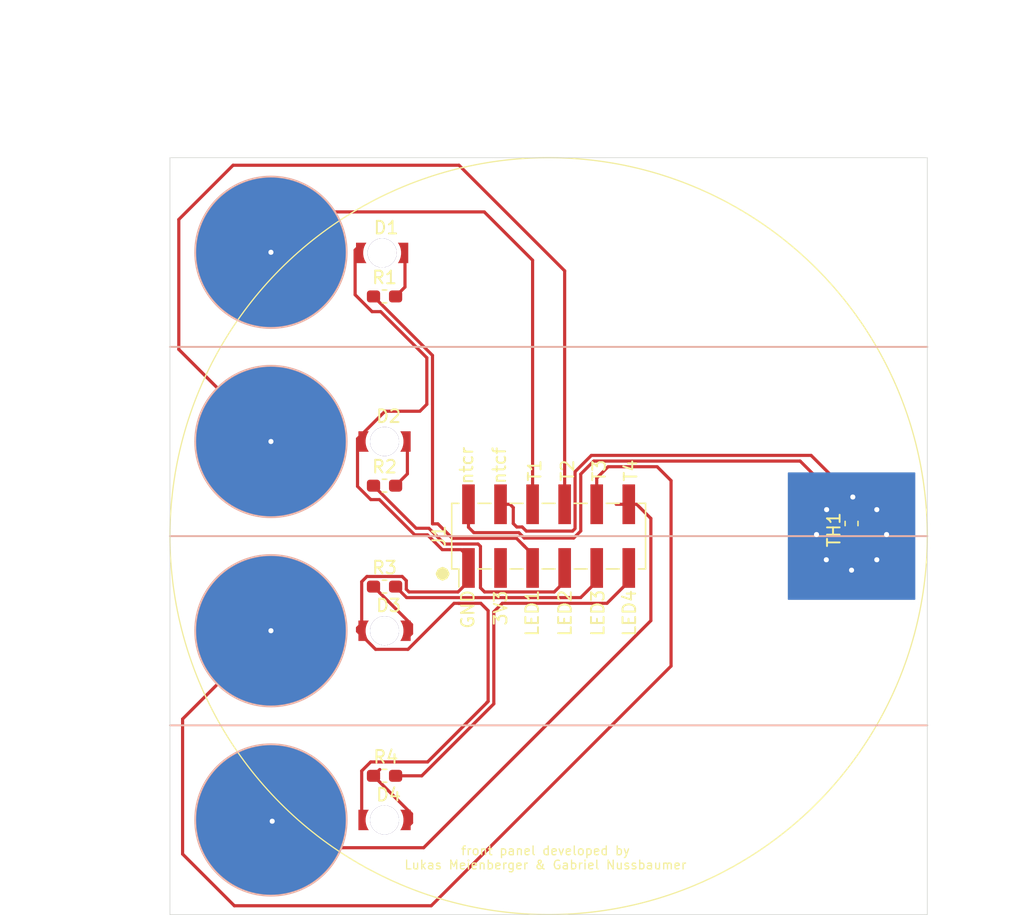
<source format=kicad_pcb>
(kicad_pcb (version 20171130) (host pcbnew "(5.1.4)-1")

  (general
    (thickness 1.6)
    (drawings 45)
    (tracks 178)
    (zones 0)
    (modules 14)
    (nets 17)
  )

  (page A4)
  (layers
    (0 F.Cu signal)
    (31 B.Cu signal)
    (32 B.Adhes user)
    (33 F.Adhes user)
    (34 B.Paste user)
    (35 F.Paste user)
    (36 B.SilkS user)
    (37 F.SilkS user)
    (38 B.Mask user)
    (39 F.Mask user)
    (40 Dwgs.User user)
    (41 Cmts.User user)
    (42 Eco1.User user)
    (43 Eco2.User user)
    (44 Edge.Cuts user)
    (45 Margin user)
    (46 B.CrtYd user)
    (47 F.CrtYd user)
    (48 B.Fab user)
    (49 F.Fab user)
  )

  (setup
    (last_trace_width 0.25)
    (trace_clearance 0.2)
    (zone_clearance 0.508)
    (zone_45_only no)
    (trace_min 0.2)
    (via_size 0.8)
    (via_drill 0.4)
    (via_min_size 0.4)
    (via_min_drill 0.3)
    (uvia_size 0.3)
    (uvia_drill 0.1)
    (uvias_allowed no)
    (uvia_min_size 0.2)
    (uvia_min_drill 0.1)
    (edge_width 0.05)
    (segment_width 0.2)
    (pcb_text_width 0.3)
    (pcb_text_size 1.5 1.5)
    (mod_edge_width 0.12)
    (mod_text_size 1 1)
    (mod_text_width 0.15)
    (pad_size 1.524 1.524)
    (pad_drill 0.762)
    (pad_to_mask_clearance 0.051)
    (solder_mask_min_width 0.25)
    (aux_axis_origin 0 0)
    (visible_elements 7FFFFFFF)
    (pcbplotparams
      (layerselection 0x010fc_ffffffff)
      (usegerberextensions false)
      (usegerberattributes false)
      (usegerberadvancedattributes false)
      (creategerberjobfile true)
      (excludeedgelayer true)
      (linewidth 0.100000)
      (plotframeref false)
      (viasonmask false)
      (mode 1)
      (useauxorigin false)
      (hpglpennumber 1)
      (hpglpenspeed 20)
      (hpglpendiameter 15.000000)
      (psnegative false)
      (psa4output false)
      (plotreference true)
      (plotvalue true)
      (plotinvisibletext false)
      (padsonsilk false)
      (subtractmaskfromsilk true)
      (outputformat 1)
      (mirror false)
      (drillshape 0)
      (scaleselection 1)
      (outputdirectory "../front_panel_v2/"))
  )

  (net 0 "")
  (net 1 "Net-(D1-Pad2)")
  (net 2 GND)
  (net 3 "Net-(D2-Pad2)")
  (net 4 "Net-(D3-Pad2)")
  (net 5 "Net-(D4-Pad2)")
  (net 6 +3V3)
  (net 7 touch4)
  (net 8 LED4)
  (net 9 touch3)
  (net 10 LED3)
  (net 11 touch2)
  (net 12 LED2)
  (net 13 touch1)
  (net 14 LED1)
  (net 15 ntcr)
  (net 16 ntcf)

  (net_class Default "Dies ist die voreingestellte Netzklasse."
    (clearance 0.2)
    (trace_width 0.25)
    (via_dia 0.8)
    (via_drill 0.4)
    (uvia_dia 0.3)
    (uvia_drill 0.1)
    (add_net +3V3)
    (add_net GND)
    (add_net LED1)
    (add_net LED2)
    (add_net LED3)
    (add_net LED4)
    (add_net "Net-(D1-Pad2)")
    (add_net "Net-(D2-Pad2)")
    (add_net "Net-(D3-Pad2)")
    (add_net "Net-(D4-Pad2)")
    (add_net ntcf)
    (add_net ntcr)
    (add_net touch1)
    (add_net touch2)
    (add_net touch3)
    (add_net touch4)
  )

  (module reverse_LED:reverse_mounted_LED_hole_2.3mm (layer F.Cu) (tedit 5E95D0C5) (tstamp 5E972593)
    (at 126.81 52.55)
    (path /5E8764B5)
    (fp_text reference D1 (at 0.32 -2) (layer F.SilkS)
      (effects (font (size 1 1) (thickness 0.15)))
    )
    (fp_text value 156120RS75000 (at 0.01 -3.56) (layer F.Fab)
      (effects (font (size 1 1) (thickness 0.15)))
    )
    (pad 0 thru_hole circle (at 0 0) (size 2.3 2.3) (drill 2.3) (layers *.Cu *.Mask))
    (pad 2 smd custom (at 1.81 0.55) (size 0.5 0.5) (layers F.Cu F.Paste F.Mask)
      (net 1 "Net-(D1-Pad2)") (zone_connect 0)
      (options (clearance outline) (anchor rect))
      (primitives
        (gr_line (start -0.15 -0.8) (end -0.3 -0.95) (width 0.12))
        (gr_line (start -0.15 -0.55) (end -0.3 -0.8) (width 0.05))
        (gr_line (start 0.25 -1.35) (end 0.25 0.25) (width 0.02))
        (gr_poly (pts
           (xy -0.46 -1.23) (xy -0.38 -1.01) (xy -0.32 -0.83) (xy -0.27 -0.73) (xy -0.03 -1.07)
           (xy -0.46 -1.22)) (width 0))
        (gr_line (start -0.45 0.2) (end -0.35 0) (width 0.12))
        (gr_line (start -0.15 -1.3) (end 0.15 -1.3) (width 0.12))
        (gr_line (start -0.2 -0.75) (end -0.25 -0.55) (width 0.12))
        (gr_arc (start -1.7 -0.55) (end -0.55 -1.35) (angle 69.7) (width 0.02))
        (gr_line (start -0.3 -1.05) (end -0.3 -1.2) (width 0.12))
        (gr_line (start -0.4 -1.3) (end -0.3 -1) (width 0.12))
        (gr_line (start -0.25 -0.75) (end -0.25 -0.45) (width 0.12))
        (gr_line (start -0.35 0) (end -0.3 -0.15) (width 0.12))
        (gr_line (start -0.4 -1.2) (end -0.45 -1.3) (width 0.12))
        (gr_line (start -0.3 -1) (end -0.4 -1.25) (width 0.12))
        (gr_line (start -0.4 0.15) (end -0.1 0.1) (width 0.12))
        (gr_line (start -0.3 0) (end -0.45 0.2) (width 0.12))
        (gr_line (start -0.14 0.22) (end -0.51 0.23) (width 0.05))
        (gr_line (start -0.25 -0.45) (end -0.3 0) (width 0.12))
        (gr_line (start -0.3 -1.3) (end -0.1 -1.3) (width 0.12))
        (gr_line (start -0.25 -0.55) (end -0.25 -0.75) (width 0.12))
        (gr_line (start -0.3 -0.95) (end -0.15 -0.55) (width 0.12))
        (gr_line (start -0.51 -1.33) (end -0.45 -1.3) (width 0.05))
        (gr_poly (pts
           (xy 0.25 -1.35) (xy 0.25 0.25) (xy -0.4 0.25) (xy -0.2 -0.85) (xy -0.45 -1.3)
           (xy -0.45 -1.35) (xy -0.45 -1.3)) (width 0))
        (gr_line (start -0.35 0.15) (end -0.4 0.15) (width 0.12))
        (gr_line (start -0.3 -0.05) (end -0.35 0.15) (width 0.12))
        (gr_line (start -0.45 -1.3) (end -0.3 -1.3) (width 0.12))
        (gr_line (start -0.55 -1.35) (end 0.25 -1.35) (width 0.02))
        (gr_line (start -0.1 0.1) (end -0.25 0) (width 0.12))
        (gr_line (start -0.55 0.25) (end 0.25 0.25) (width 0.02))
        (gr_poly (pts
           (xy -0.35 -0.94) (xy -0.31 -0.77) (xy -0.27 -0.47)) (width 0))
        (gr_poly (pts
           (xy -0.5 -1.3) (xy -0.43 -1.14) (xy -0.34 -1.21)) (width 0))
        (gr_poly (pts
           (xy -0.39 -1.03) (xy -0.335 -0.92) (xy -0.305 -0.8) (xy -0.31 -0.78) (xy -0.32 -0.78)
           (xy -0.32 -0.77) (xy -0.31 -0.76)) (width 0))
      ))
    (pad 1 smd custom (at -1.81 -0.55 180) (size 0.5 0.5) (layers F.Cu F.Paste F.Mask)
      (net 2 GND) (zone_connect 0)
      (options (clearance outline) (anchor rect))
      (primitives
        (gr_line (start -0.15 -0.8) (end -0.3 -0.95) (width 0.12))
        (gr_line (start -0.15 -0.55) (end -0.3 -0.8) (width 0.05))
        (gr_line (start 0.25 -1.35) (end 0.25 0.25) (width 0.02))
        (gr_poly (pts
           (xy -0.46 -1.23) (xy -0.38 -1.01) (xy -0.32 -0.83) (xy -0.27 -0.73) (xy -0.03 -1.07)
           (xy -0.46 -1.22)) (width 0))
        (gr_line (start -0.45 0.2) (end -0.35 0) (width 0.12))
        (gr_line (start -0.15 -1.3) (end 0.15 -1.3) (width 0.12))
        (gr_line (start -0.2 -0.75) (end -0.25 -0.55) (width 0.12))
        (gr_arc (start -1.7 -0.55) (end -0.55 -1.35) (angle 69.7) (width 0.02))
        (gr_line (start -0.3 -1.05) (end -0.3 -1.2) (width 0.12))
        (gr_line (start -0.4 -1.3) (end -0.3 -1) (width 0.12))
        (gr_line (start -0.25 -0.75) (end -0.25 -0.45) (width 0.12))
        (gr_line (start -0.35 0) (end -0.3 -0.15) (width 0.12))
        (gr_line (start -0.4 -1.2) (end -0.45 -1.3) (width 0.12))
        (gr_line (start -0.3 -1) (end -0.4 -1.25) (width 0.12))
        (gr_line (start -0.4 0.15) (end -0.1 0.1) (width 0.12))
        (gr_line (start -0.3 0) (end -0.45 0.2) (width 0.12))
        (gr_line (start -0.14 0.22) (end -0.51 0.23) (width 0.05))
        (gr_line (start -0.25 -0.45) (end -0.3 0) (width 0.12))
        (gr_line (start -0.3 -1.3) (end -0.1 -1.3) (width 0.12))
        (gr_line (start -0.25 -0.55) (end -0.25 -0.75) (width 0.12))
        (gr_line (start -0.3 -0.95) (end -0.15 -0.55) (width 0.12))
        (gr_line (start -0.51 -1.33) (end -0.45 -1.3) (width 0.05))
        (gr_poly (pts
           (xy 0.25 -1.35) (xy 0.25 0.25) (xy -0.4 0.25) (xy -0.2 -0.85) (xy -0.45 -1.3)
           (xy -0.45 -1.35) (xy -0.45 -1.3)) (width 0))
        (gr_line (start -0.35 0.15) (end -0.4 0.15) (width 0.12))
        (gr_line (start -0.3 -0.05) (end -0.35 0.15) (width 0.12))
        (gr_line (start -0.45 -1.3) (end -0.3 -1.3) (width 0.12))
        (gr_line (start -0.55 -1.35) (end 0.25 -1.35) (width 0.02))
        (gr_line (start -0.1 0.1) (end -0.25 0) (width 0.12))
        (gr_line (start -0.55 0.25) (end 0.25 0.25) (width 0.02))
        (gr_poly (pts
           (xy -0.35 -0.94) (xy -0.31 -0.77) (xy -0.27 -0.47)) (width 0))
        (gr_poly (pts
           (xy -0.5 -1.3) (xy -0.43 -1.14) (xy -0.34 -1.21)) (width 0))
        (gr_poly (pts
           (xy -0.39 -1.03) (xy -0.335 -0.92) (xy -0.305 -0.8) (xy -0.31 -0.78) (xy -0.32 -0.78)
           (xy -0.32 -0.77) (xy -0.31 -0.76)) (width 0))
      ))
  )

  (module reverse_LED:reverse_mounted_LED_hole_2.3mm (layer F.Cu) (tedit 5E95D0C5) (tstamp 5E97259A)
    (at 127 67.5)
    (path /5E877385)
    (fp_text reference D2 (at 0.32 -2) (layer F.SilkS)
      (effects (font (size 1 1) (thickness 0.15)))
    )
    (fp_text value 156120RS75000 (at 0.01 -3.56) (layer F.Fab)
      (effects (font (size 1 1) (thickness 0.15)))
    )
    (pad 1 smd custom (at -1.81 -0.55 180) (size 0.5 0.5) (layers F.Cu F.Paste F.Mask)
      (net 2 GND) (zone_connect 0)
      (options (clearance outline) (anchor rect))
      (primitives
        (gr_line (start -0.15 -0.8) (end -0.3 -0.95) (width 0.12))
        (gr_line (start -0.15 -0.55) (end -0.3 -0.8) (width 0.05))
        (gr_line (start 0.25 -1.35) (end 0.25 0.25) (width 0.02))
        (gr_poly (pts
           (xy -0.46 -1.23) (xy -0.38 -1.01) (xy -0.32 -0.83) (xy -0.27 -0.73) (xy -0.03 -1.07)
           (xy -0.46 -1.22)) (width 0))
        (gr_line (start -0.45 0.2) (end -0.35 0) (width 0.12))
        (gr_line (start -0.15 -1.3) (end 0.15 -1.3) (width 0.12))
        (gr_line (start -0.2 -0.75) (end -0.25 -0.55) (width 0.12))
        (gr_arc (start -1.7 -0.55) (end -0.55 -1.35) (angle 69.7) (width 0.02))
        (gr_line (start -0.3 -1.05) (end -0.3 -1.2) (width 0.12))
        (gr_line (start -0.4 -1.3) (end -0.3 -1) (width 0.12))
        (gr_line (start -0.25 -0.75) (end -0.25 -0.45) (width 0.12))
        (gr_line (start -0.35 0) (end -0.3 -0.15) (width 0.12))
        (gr_line (start -0.4 -1.2) (end -0.45 -1.3) (width 0.12))
        (gr_line (start -0.3 -1) (end -0.4 -1.25) (width 0.12))
        (gr_line (start -0.4 0.15) (end -0.1 0.1) (width 0.12))
        (gr_line (start -0.3 0) (end -0.45 0.2) (width 0.12))
        (gr_line (start -0.14 0.22) (end -0.51 0.23) (width 0.05))
        (gr_line (start -0.25 -0.45) (end -0.3 0) (width 0.12))
        (gr_line (start -0.3 -1.3) (end -0.1 -1.3) (width 0.12))
        (gr_line (start -0.25 -0.55) (end -0.25 -0.75) (width 0.12))
        (gr_line (start -0.3 -0.95) (end -0.15 -0.55) (width 0.12))
        (gr_line (start -0.51 -1.33) (end -0.45 -1.3) (width 0.05))
        (gr_poly (pts
           (xy 0.25 -1.35) (xy 0.25 0.25) (xy -0.4 0.25) (xy -0.2 -0.85) (xy -0.45 -1.3)
           (xy -0.45 -1.35) (xy -0.45 -1.3)) (width 0))
        (gr_line (start -0.35 0.15) (end -0.4 0.15) (width 0.12))
        (gr_line (start -0.3 -0.05) (end -0.35 0.15) (width 0.12))
        (gr_line (start -0.45 -1.3) (end -0.3 -1.3) (width 0.12))
        (gr_line (start -0.55 -1.35) (end 0.25 -1.35) (width 0.02))
        (gr_line (start -0.1 0.1) (end -0.25 0) (width 0.12))
        (gr_line (start -0.55 0.25) (end 0.25 0.25) (width 0.02))
        (gr_poly (pts
           (xy -0.35 -0.94) (xy -0.31 -0.77) (xy -0.27 -0.47)) (width 0))
        (gr_poly (pts
           (xy -0.5 -1.3) (xy -0.43 -1.14) (xy -0.34 -1.21)) (width 0))
        (gr_poly (pts
           (xy -0.39 -1.03) (xy -0.335 -0.92) (xy -0.305 -0.8) (xy -0.31 -0.78) (xy -0.32 -0.78)
           (xy -0.32 -0.77) (xy -0.31 -0.76)) (width 0))
      ))
    (pad 2 smd custom (at 1.81 0.55) (size 0.5 0.5) (layers F.Cu F.Paste F.Mask)
      (net 3 "Net-(D2-Pad2)") (zone_connect 0)
      (options (clearance outline) (anchor rect))
      (primitives
        (gr_line (start -0.15 -0.8) (end -0.3 -0.95) (width 0.12))
        (gr_line (start -0.15 -0.55) (end -0.3 -0.8) (width 0.05))
        (gr_line (start 0.25 -1.35) (end 0.25 0.25) (width 0.02))
        (gr_poly (pts
           (xy -0.46 -1.23) (xy -0.38 -1.01) (xy -0.32 -0.83) (xy -0.27 -0.73) (xy -0.03 -1.07)
           (xy -0.46 -1.22)) (width 0))
        (gr_line (start -0.45 0.2) (end -0.35 0) (width 0.12))
        (gr_line (start -0.15 -1.3) (end 0.15 -1.3) (width 0.12))
        (gr_line (start -0.2 -0.75) (end -0.25 -0.55) (width 0.12))
        (gr_arc (start -1.7 -0.55) (end -0.55 -1.35) (angle 69.7) (width 0.02))
        (gr_line (start -0.3 -1.05) (end -0.3 -1.2) (width 0.12))
        (gr_line (start -0.4 -1.3) (end -0.3 -1) (width 0.12))
        (gr_line (start -0.25 -0.75) (end -0.25 -0.45) (width 0.12))
        (gr_line (start -0.35 0) (end -0.3 -0.15) (width 0.12))
        (gr_line (start -0.4 -1.2) (end -0.45 -1.3) (width 0.12))
        (gr_line (start -0.3 -1) (end -0.4 -1.25) (width 0.12))
        (gr_line (start -0.4 0.15) (end -0.1 0.1) (width 0.12))
        (gr_line (start -0.3 0) (end -0.45 0.2) (width 0.12))
        (gr_line (start -0.14 0.22) (end -0.51 0.23) (width 0.05))
        (gr_line (start -0.25 -0.45) (end -0.3 0) (width 0.12))
        (gr_line (start -0.3 -1.3) (end -0.1 -1.3) (width 0.12))
        (gr_line (start -0.25 -0.55) (end -0.25 -0.75) (width 0.12))
        (gr_line (start -0.3 -0.95) (end -0.15 -0.55) (width 0.12))
        (gr_line (start -0.51 -1.33) (end -0.45 -1.3) (width 0.05))
        (gr_poly (pts
           (xy 0.25 -1.35) (xy 0.25 0.25) (xy -0.4 0.25) (xy -0.2 -0.85) (xy -0.45 -1.3)
           (xy -0.45 -1.35) (xy -0.45 -1.3)) (width 0))
        (gr_line (start -0.35 0.15) (end -0.4 0.15) (width 0.12))
        (gr_line (start -0.3 -0.05) (end -0.35 0.15) (width 0.12))
        (gr_line (start -0.45 -1.3) (end -0.3 -1.3) (width 0.12))
        (gr_line (start -0.55 -1.35) (end 0.25 -1.35) (width 0.02))
        (gr_line (start -0.1 0.1) (end -0.25 0) (width 0.12))
        (gr_line (start -0.55 0.25) (end 0.25 0.25) (width 0.02))
        (gr_poly (pts
           (xy -0.35 -0.94) (xy -0.31 -0.77) (xy -0.27 -0.47)) (width 0))
        (gr_poly (pts
           (xy -0.5 -1.3) (xy -0.43 -1.14) (xy -0.34 -1.21)) (width 0))
        (gr_poly (pts
           (xy -0.39 -1.03) (xy -0.335 -0.92) (xy -0.305 -0.8) (xy -0.31 -0.78) (xy -0.32 -0.78)
           (xy -0.32 -0.77) (xy -0.31 -0.76)) (width 0))
      ))
    (pad 0 thru_hole circle (at 0 0) (size 2.3 2.3) (drill 2.3) (layers *.Cu *.Mask))
  )

  (module reverse_LED:reverse_mounted_LED_hole_2.3mm (layer F.Cu) (tedit 5E95D0C5) (tstamp 5E9725A1)
    (at 127 82.5)
    (path /5E877646)
    (fp_text reference D3 (at 0.32 -2) (layer F.SilkS)
      (effects (font (size 1 1) (thickness 0.15)))
    )
    (fp_text value 156120RS75000 (at 0.01 -3.56) (layer F.Fab)
      (effects (font (size 1 1) (thickness 0.15)))
    )
    (pad 0 thru_hole circle (at 0 0) (size 2.3 2.3) (drill 2.3) (layers *.Cu *.Mask))
    (pad 2 smd custom (at 1.81 0.55) (size 0.5 0.5) (layers F.Cu F.Paste F.Mask)
      (net 4 "Net-(D3-Pad2)") (zone_connect 0)
      (options (clearance outline) (anchor rect))
      (primitives
        (gr_line (start -0.15 -0.8) (end -0.3 -0.95) (width 0.12))
        (gr_line (start -0.15 -0.55) (end -0.3 -0.8) (width 0.05))
        (gr_line (start 0.25 -1.35) (end 0.25 0.25) (width 0.02))
        (gr_poly (pts
           (xy -0.46 -1.23) (xy -0.38 -1.01) (xy -0.32 -0.83) (xy -0.27 -0.73) (xy -0.03 -1.07)
           (xy -0.46 -1.22)) (width 0))
        (gr_line (start -0.45 0.2) (end -0.35 0) (width 0.12))
        (gr_line (start -0.15 -1.3) (end 0.15 -1.3) (width 0.12))
        (gr_line (start -0.2 -0.75) (end -0.25 -0.55) (width 0.12))
        (gr_arc (start -1.7 -0.55) (end -0.55 -1.35) (angle 69.7) (width 0.02))
        (gr_line (start -0.3 -1.05) (end -0.3 -1.2) (width 0.12))
        (gr_line (start -0.4 -1.3) (end -0.3 -1) (width 0.12))
        (gr_line (start -0.25 -0.75) (end -0.25 -0.45) (width 0.12))
        (gr_line (start -0.35 0) (end -0.3 -0.15) (width 0.12))
        (gr_line (start -0.4 -1.2) (end -0.45 -1.3) (width 0.12))
        (gr_line (start -0.3 -1) (end -0.4 -1.25) (width 0.12))
        (gr_line (start -0.4 0.15) (end -0.1 0.1) (width 0.12))
        (gr_line (start -0.3 0) (end -0.45 0.2) (width 0.12))
        (gr_line (start -0.14 0.22) (end -0.51 0.23) (width 0.05))
        (gr_line (start -0.25 -0.45) (end -0.3 0) (width 0.12))
        (gr_line (start -0.3 -1.3) (end -0.1 -1.3) (width 0.12))
        (gr_line (start -0.25 -0.55) (end -0.25 -0.75) (width 0.12))
        (gr_line (start -0.3 -0.95) (end -0.15 -0.55) (width 0.12))
        (gr_line (start -0.51 -1.33) (end -0.45 -1.3) (width 0.05))
        (gr_poly (pts
           (xy 0.25 -1.35) (xy 0.25 0.25) (xy -0.4 0.25) (xy -0.2 -0.85) (xy -0.45 -1.3)
           (xy -0.45 -1.35) (xy -0.45 -1.3)) (width 0))
        (gr_line (start -0.35 0.15) (end -0.4 0.15) (width 0.12))
        (gr_line (start -0.3 -0.05) (end -0.35 0.15) (width 0.12))
        (gr_line (start -0.45 -1.3) (end -0.3 -1.3) (width 0.12))
        (gr_line (start -0.55 -1.35) (end 0.25 -1.35) (width 0.02))
        (gr_line (start -0.1 0.1) (end -0.25 0) (width 0.12))
        (gr_line (start -0.55 0.25) (end 0.25 0.25) (width 0.02))
        (gr_poly (pts
           (xy -0.35 -0.94) (xy -0.31 -0.77) (xy -0.27 -0.47)) (width 0))
        (gr_poly (pts
           (xy -0.5 -1.3) (xy -0.43 -1.14) (xy -0.34 -1.21)) (width 0))
        (gr_poly (pts
           (xy -0.39 -1.03) (xy -0.335 -0.92) (xy -0.305 -0.8) (xy -0.31 -0.78) (xy -0.32 -0.78)
           (xy -0.32 -0.77) (xy -0.31 -0.76)) (width 0))
      ))
    (pad 1 smd custom (at -1.81 -0.55 180) (size 0.5 0.5) (layers F.Cu F.Paste F.Mask)
      (net 2 GND) (zone_connect 0)
      (options (clearance outline) (anchor rect))
      (primitives
        (gr_line (start -0.15 -0.8) (end -0.3 -0.95) (width 0.12))
        (gr_line (start -0.15 -0.55) (end -0.3 -0.8) (width 0.05))
        (gr_line (start 0.25 -1.35) (end 0.25 0.25) (width 0.02))
        (gr_poly (pts
           (xy -0.46 -1.23) (xy -0.38 -1.01) (xy -0.32 -0.83) (xy -0.27 -0.73) (xy -0.03 -1.07)
           (xy -0.46 -1.22)) (width 0))
        (gr_line (start -0.45 0.2) (end -0.35 0) (width 0.12))
        (gr_line (start -0.15 -1.3) (end 0.15 -1.3) (width 0.12))
        (gr_line (start -0.2 -0.75) (end -0.25 -0.55) (width 0.12))
        (gr_arc (start -1.7 -0.55) (end -0.55 -1.35) (angle 69.7) (width 0.02))
        (gr_line (start -0.3 -1.05) (end -0.3 -1.2) (width 0.12))
        (gr_line (start -0.4 -1.3) (end -0.3 -1) (width 0.12))
        (gr_line (start -0.25 -0.75) (end -0.25 -0.45) (width 0.12))
        (gr_line (start -0.35 0) (end -0.3 -0.15) (width 0.12))
        (gr_line (start -0.4 -1.2) (end -0.45 -1.3) (width 0.12))
        (gr_line (start -0.3 -1) (end -0.4 -1.25) (width 0.12))
        (gr_line (start -0.4 0.15) (end -0.1 0.1) (width 0.12))
        (gr_line (start -0.3 0) (end -0.45 0.2) (width 0.12))
        (gr_line (start -0.14 0.22) (end -0.51 0.23) (width 0.05))
        (gr_line (start -0.25 -0.45) (end -0.3 0) (width 0.12))
        (gr_line (start -0.3 -1.3) (end -0.1 -1.3) (width 0.12))
        (gr_line (start -0.25 -0.55) (end -0.25 -0.75) (width 0.12))
        (gr_line (start -0.3 -0.95) (end -0.15 -0.55) (width 0.12))
        (gr_line (start -0.51 -1.33) (end -0.45 -1.3) (width 0.05))
        (gr_poly (pts
           (xy 0.25 -1.35) (xy 0.25 0.25) (xy -0.4 0.25) (xy -0.2 -0.85) (xy -0.45 -1.3)
           (xy -0.45 -1.35) (xy -0.45 -1.3)) (width 0))
        (gr_line (start -0.35 0.15) (end -0.4 0.15) (width 0.12))
        (gr_line (start -0.3 -0.05) (end -0.35 0.15) (width 0.12))
        (gr_line (start -0.45 -1.3) (end -0.3 -1.3) (width 0.12))
        (gr_line (start -0.55 -1.35) (end 0.25 -1.35) (width 0.02))
        (gr_line (start -0.1 0.1) (end -0.25 0) (width 0.12))
        (gr_line (start -0.55 0.25) (end 0.25 0.25) (width 0.02))
        (gr_poly (pts
           (xy -0.35 -0.94) (xy -0.31 -0.77) (xy -0.27 -0.47)) (width 0))
        (gr_poly (pts
           (xy -0.5 -1.3) (xy -0.43 -1.14) (xy -0.34 -1.21)) (width 0))
        (gr_poly (pts
           (xy -0.39 -1.03) (xy -0.335 -0.92) (xy -0.305 -0.8) (xy -0.31 -0.78) (xy -0.32 -0.78)
           (xy -0.32 -0.77) (xy -0.31 -0.76)) (width 0))
      ))
  )

  (module reverse_LED:reverse_mounted_LED_hole_2.3mm (layer F.Cu) (tedit 5E95D0C5) (tstamp 5E9725A8)
    (at 127 97.5)
    (path /5E87798E)
    (fp_text reference D4 (at 0.32 -2) (layer F.SilkS)
      (effects (font (size 1 1) (thickness 0.15)))
    )
    (fp_text value 156120RS75000 (at 0.01 -3.56) (layer F.Fab)
      (effects (font (size 1 1) (thickness 0.15)))
    )
    (pad 1 smd custom (at -1.81 -0.55 180) (size 0.5 0.5) (layers F.Cu F.Paste F.Mask)
      (net 2 GND) (zone_connect 0)
      (options (clearance outline) (anchor rect))
      (primitives
        (gr_line (start -0.15 -0.8) (end -0.3 -0.95) (width 0.12))
        (gr_line (start -0.15 -0.55) (end -0.3 -0.8) (width 0.05))
        (gr_line (start 0.25 -1.35) (end 0.25 0.25) (width 0.02))
        (gr_poly (pts
           (xy -0.46 -1.23) (xy -0.38 -1.01) (xy -0.32 -0.83) (xy -0.27 -0.73) (xy -0.03 -1.07)
           (xy -0.46 -1.22)) (width 0))
        (gr_line (start -0.45 0.2) (end -0.35 0) (width 0.12))
        (gr_line (start -0.15 -1.3) (end 0.15 -1.3) (width 0.12))
        (gr_line (start -0.2 -0.75) (end -0.25 -0.55) (width 0.12))
        (gr_arc (start -1.7 -0.55) (end -0.55 -1.35) (angle 69.7) (width 0.02))
        (gr_line (start -0.3 -1.05) (end -0.3 -1.2) (width 0.12))
        (gr_line (start -0.4 -1.3) (end -0.3 -1) (width 0.12))
        (gr_line (start -0.25 -0.75) (end -0.25 -0.45) (width 0.12))
        (gr_line (start -0.35 0) (end -0.3 -0.15) (width 0.12))
        (gr_line (start -0.4 -1.2) (end -0.45 -1.3) (width 0.12))
        (gr_line (start -0.3 -1) (end -0.4 -1.25) (width 0.12))
        (gr_line (start -0.4 0.15) (end -0.1 0.1) (width 0.12))
        (gr_line (start -0.3 0) (end -0.45 0.2) (width 0.12))
        (gr_line (start -0.14 0.22) (end -0.51 0.23) (width 0.05))
        (gr_line (start -0.25 -0.45) (end -0.3 0) (width 0.12))
        (gr_line (start -0.3 -1.3) (end -0.1 -1.3) (width 0.12))
        (gr_line (start -0.25 -0.55) (end -0.25 -0.75) (width 0.12))
        (gr_line (start -0.3 -0.95) (end -0.15 -0.55) (width 0.12))
        (gr_line (start -0.51 -1.33) (end -0.45 -1.3) (width 0.05))
        (gr_poly (pts
           (xy 0.25 -1.35) (xy 0.25 0.25) (xy -0.4 0.25) (xy -0.2 -0.85) (xy -0.45 -1.3)
           (xy -0.45 -1.35) (xy -0.45 -1.3)) (width 0))
        (gr_line (start -0.35 0.15) (end -0.4 0.15) (width 0.12))
        (gr_line (start -0.3 -0.05) (end -0.35 0.15) (width 0.12))
        (gr_line (start -0.45 -1.3) (end -0.3 -1.3) (width 0.12))
        (gr_line (start -0.55 -1.35) (end 0.25 -1.35) (width 0.02))
        (gr_line (start -0.1 0.1) (end -0.25 0) (width 0.12))
        (gr_line (start -0.55 0.25) (end 0.25 0.25) (width 0.02))
        (gr_poly (pts
           (xy -0.35 -0.94) (xy -0.31 -0.77) (xy -0.27 -0.47)) (width 0))
        (gr_poly (pts
           (xy -0.5 -1.3) (xy -0.43 -1.14) (xy -0.34 -1.21)) (width 0))
        (gr_poly (pts
           (xy -0.39 -1.03) (xy -0.335 -0.92) (xy -0.305 -0.8) (xy -0.31 -0.78) (xy -0.32 -0.78)
           (xy -0.32 -0.77) (xy -0.31 -0.76)) (width 0))
      ))
    (pad 2 smd custom (at 1.81 0.55) (size 0.5 0.5) (layers F.Cu F.Paste F.Mask)
      (net 5 "Net-(D4-Pad2)") (zone_connect 0)
      (options (clearance outline) (anchor rect))
      (primitives
        (gr_line (start -0.15 -0.8) (end -0.3 -0.95) (width 0.12))
        (gr_line (start -0.15 -0.55) (end -0.3 -0.8) (width 0.05))
        (gr_line (start 0.25 -1.35) (end 0.25 0.25) (width 0.02))
        (gr_poly (pts
           (xy -0.46 -1.23) (xy -0.38 -1.01) (xy -0.32 -0.83) (xy -0.27 -0.73) (xy -0.03 -1.07)
           (xy -0.46 -1.22)) (width 0))
        (gr_line (start -0.45 0.2) (end -0.35 0) (width 0.12))
        (gr_line (start -0.15 -1.3) (end 0.15 -1.3) (width 0.12))
        (gr_line (start -0.2 -0.75) (end -0.25 -0.55) (width 0.12))
        (gr_arc (start -1.7 -0.55) (end -0.55 -1.35) (angle 69.7) (width 0.02))
        (gr_line (start -0.3 -1.05) (end -0.3 -1.2) (width 0.12))
        (gr_line (start -0.4 -1.3) (end -0.3 -1) (width 0.12))
        (gr_line (start -0.25 -0.75) (end -0.25 -0.45) (width 0.12))
        (gr_line (start -0.35 0) (end -0.3 -0.15) (width 0.12))
        (gr_line (start -0.4 -1.2) (end -0.45 -1.3) (width 0.12))
        (gr_line (start -0.3 -1) (end -0.4 -1.25) (width 0.12))
        (gr_line (start -0.4 0.15) (end -0.1 0.1) (width 0.12))
        (gr_line (start -0.3 0) (end -0.45 0.2) (width 0.12))
        (gr_line (start -0.14 0.22) (end -0.51 0.23) (width 0.05))
        (gr_line (start -0.25 -0.45) (end -0.3 0) (width 0.12))
        (gr_line (start -0.3 -1.3) (end -0.1 -1.3) (width 0.12))
        (gr_line (start -0.25 -0.55) (end -0.25 -0.75) (width 0.12))
        (gr_line (start -0.3 -0.95) (end -0.15 -0.55) (width 0.12))
        (gr_line (start -0.51 -1.33) (end -0.45 -1.3) (width 0.05))
        (gr_poly (pts
           (xy 0.25 -1.35) (xy 0.25 0.25) (xy -0.4 0.25) (xy -0.2 -0.85) (xy -0.45 -1.3)
           (xy -0.45 -1.35) (xy -0.45 -1.3)) (width 0))
        (gr_line (start -0.35 0.15) (end -0.4 0.15) (width 0.12))
        (gr_line (start -0.3 -0.05) (end -0.35 0.15) (width 0.12))
        (gr_line (start -0.45 -1.3) (end -0.3 -1.3) (width 0.12))
        (gr_line (start -0.55 -1.35) (end 0.25 -1.35) (width 0.02))
        (gr_line (start -0.1 0.1) (end -0.25 0) (width 0.12))
        (gr_line (start -0.55 0.25) (end 0.25 0.25) (width 0.02))
        (gr_poly (pts
           (xy -0.35 -0.94) (xy -0.31 -0.77) (xy -0.27 -0.47)) (width 0))
        (gr_poly (pts
           (xy -0.5 -1.3) (xy -0.43 -1.14) (xy -0.34 -1.21)) (width 0))
        (gr_poly (pts
           (xy -0.39 -1.03) (xy -0.335 -0.92) (xy -0.305 -0.8) (xy -0.31 -0.78) (xy -0.32 -0.78)
           (xy -0.32 -0.77) (xy -0.31 -0.76)) (width 0))
      ))
    (pad 0 thru_hole circle (at 0 0) (size 2.3 2.3) (drill 2.3) (layers *.Cu *.Mask))
  )

  (module Connector_PinHeader_2.54mm:PinHeader_2x06_P2.54mm_Vertical_SMD (layer F.Cu) (tedit 59FED5CC) (tstamp 5E9725F7)
    (at 140 75 90)
    (descr "surface-mounted straight pin header, 2x06, 2.54mm pitch, double rows")
    (tags "Surface mounted pin header SMD 2x06 2.54mm double row")
    (path /5E96E803)
    (attr smd)
    (fp_text reference J1 (at 0 -8.68 90) (layer F.SilkS)
      (effects (font (size 1 1) (thickness 0.15)))
    )
    (fp_text value 61000621121 (at 0 8.68 90) (layer F.Fab)
      (effects (font (size 1 1) (thickness 0.15)))
    )
    (fp_line (start 2.54 7.62) (end -2.54 7.62) (layer F.Fab) (width 0.1))
    (fp_line (start -1.59 -7.62) (end 2.54 -7.62) (layer F.Fab) (width 0.1))
    (fp_line (start -2.54 7.62) (end -2.54 -6.67) (layer F.Fab) (width 0.1))
    (fp_line (start -2.54 -6.67) (end -1.59 -7.62) (layer F.Fab) (width 0.1))
    (fp_line (start 2.54 -7.62) (end 2.54 7.62) (layer F.Fab) (width 0.1))
    (fp_line (start -2.54 -6.67) (end -3.6 -6.67) (layer F.Fab) (width 0.1))
    (fp_line (start -3.6 -6.67) (end -3.6 -6.03) (layer F.Fab) (width 0.1))
    (fp_line (start -3.6 -6.03) (end -2.54 -6.03) (layer F.Fab) (width 0.1))
    (fp_line (start 2.54 -6.67) (end 3.6 -6.67) (layer F.Fab) (width 0.1))
    (fp_line (start 3.6 -6.67) (end 3.6 -6.03) (layer F.Fab) (width 0.1))
    (fp_line (start 3.6 -6.03) (end 2.54 -6.03) (layer F.Fab) (width 0.1))
    (fp_line (start -2.54 -4.13) (end -3.6 -4.13) (layer F.Fab) (width 0.1))
    (fp_line (start -3.6 -4.13) (end -3.6 -3.49) (layer F.Fab) (width 0.1))
    (fp_line (start -3.6 -3.49) (end -2.54 -3.49) (layer F.Fab) (width 0.1))
    (fp_line (start 2.54 -4.13) (end 3.6 -4.13) (layer F.Fab) (width 0.1))
    (fp_line (start 3.6 -4.13) (end 3.6 -3.49) (layer F.Fab) (width 0.1))
    (fp_line (start 3.6 -3.49) (end 2.54 -3.49) (layer F.Fab) (width 0.1))
    (fp_line (start -2.54 -1.59) (end -3.6 -1.59) (layer F.Fab) (width 0.1))
    (fp_line (start -3.6 -1.59) (end -3.6 -0.95) (layer F.Fab) (width 0.1))
    (fp_line (start -3.6 -0.95) (end -2.54 -0.95) (layer F.Fab) (width 0.1))
    (fp_line (start 2.54 -1.59) (end 3.6 -1.59) (layer F.Fab) (width 0.1))
    (fp_line (start 3.6 -1.59) (end 3.6 -0.95) (layer F.Fab) (width 0.1))
    (fp_line (start 3.6 -0.95) (end 2.54 -0.95) (layer F.Fab) (width 0.1))
    (fp_line (start -2.54 0.95) (end -3.6 0.95) (layer F.Fab) (width 0.1))
    (fp_line (start -3.6 0.95) (end -3.6 1.59) (layer F.Fab) (width 0.1))
    (fp_line (start -3.6 1.59) (end -2.54 1.59) (layer F.Fab) (width 0.1))
    (fp_line (start 2.54 0.95) (end 3.6 0.95) (layer F.Fab) (width 0.1))
    (fp_line (start 3.6 0.95) (end 3.6 1.59) (layer F.Fab) (width 0.1))
    (fp_line (start 3.6 1.59) (end 2.54 1.59) (layer F.Fab) (width 0.1))
    (fp_line (start -2.54 3.49) (end -3.6 3.49) (layer F.Fab) (width 0.1))
    (fp_line (start -3.6 3.49) (end -3.6 4.13) (layer F.Fab) (width 0.1))
    (fp_line (start -3.6 4.13) (end -2.54 4.13) (layer F.Fab) (width 0.1))
    (fp_line (start 2.54 3.49) (end 3.6 3.49) (layer F.Fab) (width 0.1))
    (fp_line (start 3.6 3.49) (end 3.6 4.13) (layer F.Fab) (width 0.1))
    (fp_line (start 3.6 4.13) (end 2.54 4.13) (layer F.Fab) (width 0.1))
    (fp_line (start -2.54 6.03) (end -3.6 6.03) (layer F.Fab) (width 0.1))
    (fp_line (start -3.6 6.03) (end -3.6 6.67) (layer F.Fab) (width 0.1))
    (fp_line (start -3.6 6.67) (end -2.54 6.67) (layer F.Fab) (width 0.1))
    (fp_line (start 2.54 6.03) (end 3.6 6.03) (layer F.Fab) (width 0.1))
    (fp_line (start 3.6 6.03) (end 3.6 6.67) (layer F.Fab) (width 0.1))
    (fp_line (start 3.6 6.67) (end 2.54 6.67) (layer F.Fab) (width 0.1))
    (fp_line (start -2.6 -7.68) (end 2.6 -7.68) (layer F.SilkS) (width 0.12))
    (fp_line (start -2.6 7.68) (end 2.6 7.68) (layer F.SilkS) (width 0.12))
    (fp_line (start -4.04 -7.11) (end -2.6 -7.11) (layer F.SilkS) (width 0.12))
    (fp_line (start -2.6 -7.68) (end -2.6 -7.11) (layer F.SilkS) (width 0.12))
    (fp_line (start 2.6 -7.68) (end 2.6 -7.11) (layer F.SilkS) (width 0.12))
    (fp_line (start -2.6 7.11) (end -2.6 7.68) (layer F.SilkS) (width 0.12))
    (fp_line (start 2.6 7.11) (end 2.6 7.68) (layer F.SilkS) (width 0.12))
    (fp_line (start -2.6 -5.59) (end -2.6 -4.57) (layer F.SilkS) (width 0.12))
    (fp_line (start 2.6 -5.59) (end 2.6 -4.57) (layer F.SilkS) (width 0.12))
    (fp_line (start -2.6 -3.05) (end -2.6 -2.03) (layer F.SilkS) (width 0.12))
    (fp_line (start 2.6 -3.05) (end 2.6 -2.03) (layer F.SilkS) (width 0.12))
    (fp_line (start -2.6 -0.51) (end -2.6 0.51) (layer F.SilkS) (width 0.12))
    (fp_line (start 2.6 -0.51) (end 2.6 0.51) (layer F.SilkS) (width 0.12))
    (fp_line (start -2.6 2.03) (end -2.6 3.05) (layer F.SilkS) (width 0.12))
    (fp_line (start 2.6 2.03) (end 2.6 3.05) (layer F.SilkS) (width 0.12))
    (fp_line (start -2.6 4.57) (end -2.6 5.59) (layer F.SilkS) (width 0.12))
    (fp_line (start 2.6 4.57) (end 2.6 5.59) (layer F.SilkS) (width 0.12))
    (fp_line (start -5.9 -8.15) (end -5.9 8.15) (layer F.CrtYd) (width 0.05))
    (fp_line (start -5.9 8.15) (end 5.9 8.15) (layer F.CrtYd) (width 0.05))
    (fp_line (start 5.9 8.15) (end 5.9 -8.15) (layer F.CrtYd) (width 0.05))
    (fp_line (start 5.9 -8.15) (end -5.9 -8.15) (layer F.CrtYd) (width 0.05))
    (fp_text user %R (at 0 0) (layer F.Fab)
      (effects (font (size 1 1) (thickness 0.15)))
    )
    (pad 1 smd rect (at -2.525 -6.35 90) (size 3.15 1) (layers F.Cu F.Paste F.Mask)
      (net 2 GND))
    (pad 2 smd rect (at 2.525 -6.35 90) (size 3.15 1) (layers F.Cu F.Paste F.Mask)
      (net 15 ntcr))
    (pad 3 smd rect (at -2.525 -3.81 90) (size 3.15 1) (layers F.Cu F.Paste F.Mask)
      (net 6 +3V3))
    (pad 4 smd rect (at 2.525 -3.81 90) (size 3.15 1) (layers F.Cu F.Paste F.Mask)
      (net 16 ntcf))
    (pad 5 smd rect (at -2.525 -1.27 90) (size 3.15 1) (layers F.Cu F.Paste F.Mask)
      (net 14 LED1))
    (pad 6 smd rect (at 2.525 -1.27 90) (size 3.15 1) (layers F.Cu F.Paste F.Mask)
      (net 13 touch1))
    (pad 7 smd rect (at -2.525 1.27 90) (size 3.15 1) (layers F.Cu F.Paste F.Mask)
      (net 12 LED2))
    (pad 8 smd rect (at 2.525 1.27 90) (size 3.15 1) (layers F.Cu F.Paste F.Mask)
      (net 11 touch2))
    (pad 9 smd rect (at -2.525 3.81 90) (size 3.15 1) (layers F.Cu F.Paste F.Mask)
      (net 10 LED3))
    (pad 10 smd rect (at 2.525 3.81 90) (size 3.15 1) (layers F.Cu F.Paste F.Mask)
      (net 9 touch3))
    (pad 11 smd rect (at -2.525 6.35 90) (size 3.15 1) (layers F.Cu F.Paste F.Mask)
      (net 8 LED4))
    (pad 12 smd rect (at 2.525 6.35 90) (size 3.15 1) (layers F.Cu F.Paste F.Mask)
      (net 7 touch4))
    (model ${KISYS3DMOD}/Connector_PinHeader_2.54mm.3dshapes/PinHeader_2x06_P2.54mm_Vertical_SMD.wrl
      (at (xyz 0 0 0))
      (scale (xyz 1 1 1))
      (rotate (xyz 0 0 0))
    )
  )

  (module Resistor_SMD:R_0603_1608Metric_Pad1.05x0.95mm_HandSolder (layer F.Cu) (tedit 5B301BBD) (tstamp 5E972608)
    (at 127 56 180)
    (descr "Resistor SMD 0603 (1608 Metric), square (rectangular) end terminal, IPC_7351 nominal with elongated pad for handsoldering. (Body size source: http://www.tortai-tech.com/upload/download/2011102023233369053.pdf), generated with kicad-footprint-generator")
    (tags "resistor handsolder")
    (path /5E877C24)
    (attr smd)
    (fp_text reference R1 (at 0 1.5) (layer F.SilkS)
      (effects (font (size 1 1) (thickness 0.15)))
    )
    (fp_text value 100 (at 0 1.43) (layer F.Fab)
      (effects (font (size 1 1) (thickness 0.15)))
    )
    (fp_text user %R (at 0 0) (layer F.Fab)
      (effects (font (size 0.4 0.4) (thickness 0.06)))
    )
    (fp_line (start 1.65 0.73) (end -1.65 0.73) (layer F.CrtYd) (width 0.05))
    (fp_line (start 1.65 -0.73) (end 1.65 0.73) (layer F.CrtYd) (width 0.05))
    (fp_line (start -1.65 -0.73) (end 1.65 -0.73) (layer F.CrtYd) (width 0.05))
    (fp_line (start -1.65 0.73) (end -1.65 -0.73) (layer F.CrtYd) (width 0.05))
    (fp_line (start -0.171267 0.51) (end 0.171267 0.51) (layer F.SilkS) (width 0.12))
    (fp_line (start -0.171267 -0.51) (end 0.171267 -0.51) (layer F.SilkS) (width 0.12))
    (fp_line (start 0.8 0.4) (end -0.8 0.4) (layer F.Fab) (width 0.1))
    (fp_line (start 0.8 -0.4) (end 0.8 0.4) (layer F.Fab) (width 0.1))
    (fp_line (start -0.8 -0.4) (end 0.8 -0.4) (layer F.Fab) (width 0.1))
    (fp_line (start -0.8 0.4) (end -0.8 -0.4) (layer F.Fab) (width 0.1))
    (pad 2 smd roundrect (at 0.875 0 180) (size 1.05 0.95) (layers F.Cu F.Paste F.Mask) (roundrect_rratio 0.25)
      (net 14 LED1))
    (pad 1 smd roundrect (at -0.875 0 180) (size 1.05 0.95) (layers F.Cu F.Paste F.Mask) (roundrect_rratio 0.25)
      (net 1 "Net-(D1-Pad2)"))
    (model ${KISYS3DMOD}/Resistor_SMD.3dshapes/R_0603_1608Metric.wrl
      (at (xyz 0 0 0))
      (scale (xyz 1 1 1))
      (rotate (xyz 0 0 0))
    )
  )

  (module Resistor_SMD:R_0603_1608Metric_Pad1.05x0.95mm_HandSolder (layer F.Cu) (tedit 5B301BBD) (tstamp 5E972619)
    (at 127 71 180)
    (descr "Resistor SMD 0603 (1608 Metric), square (rectangular) end terminal, IPC_7351 nominal with elongated pad for handsoldering. (Body size source: http://www.tortai-tech.com/upload/download/2011102023233369053.pdf), generated with kicad-footprint-generator")
    (tags "resistor handsolder")
    (path /5E8791EF)
    (attr smd)
    (fp_text reference R2 (at 0 1.5) (layer F.SilkS)
      (effects (font (size 1 1) (thickness 0.15)))
    )
    (fp_text value 100 (at 0 1.43) (layer F.Fab)
      (effects (font (size 1 1) (thickness 0.15)))
    )
    (fp_text user %R (at 0 0) (layer F.Fab)
      (effects (font (size 0.4 0.4) (thickness 0.06)))
    )
    (fp_line (start 1.65 0.73) (end -1.65 0.73) (layer F.CrtYd) (width 0.05))
    (fp_line (start 1.65 -0.73) (end 1.65 0.73) (layer F.CrtYd) (width 0.05))
    (fp_line (start -1.65 -0.73) (end 1.65 -0.73) (layer F.CrtYd) (width 0.05))
    (fp_line (start -1.65 0.73) (end -1.65 -0.73) (layer F.CrtYd) (width 0.05))
    (fp_line (start -0.171267 0.51) (end 0.171267 0.51) (layer F.SilkS) (width 0.12))
    (fp_line (start -0.171267 -0.51) (end 0.171267 -0.51) (layer F.SilkS) (width 0.12))
    (fp_line (start 0.8 0.4) (end -0.8 0.4) (layer F.Fab) (width 0.1))
    (fp_line (start 0.8 -0.4) (end 0.8 0.4) (layer F.Fab) (width 0.1))
    (fp_line (start -0.8 -0.4) (end 0.8 -0.4) (layer F.Fab) (width 0.1))
    (fp_line (start -0.8 0.4) (end -0.8 -0.4) (layer F.Fab) (width 0.1))
    (pad 2 smd roundrect (at 0.875 0 180) (size 1.05 0.95) (layers F.Cu F.Paste F.Mask) (roundrect_rratio 0.25)
      (net 12 LED2))
    (pad 1 smd roundrect (at -0.875 0 180) (size 1.05 0.95) (layers F.Cu F.Paste F.Mask) (roundrect_rratio 0.25)
      (net 3 "Net-(D2-Pad2)"))
    (model ${KISYS3DMOD}/Resistor_SMD.3dshapes/R_0603_1608Metric.wrl
      (at (xyz 0 0 0))
      (scale (xyz 1 1 1))
      (rotate (xyz 0 0 0))
    )
  )

  (module Resistor_SMD:R_0603_1608Metric_Pad1.05x0.95mm_HandSolder (layer F.Cu) (tedit 5B301BBD) (tstamp 5E9728A6)
    (at 127 79)
    (descr "Resistor SMD 0603 (1608 Metric), square (rectangular) end terminal, IPC_7351 nominal with elongated pad for handsoldering. (Body size source: http://www.tortai-tech.com/upload/download/2011102023233369053.pdf), generated with kicad-footprint-generator")
    (tags "resistor handsolder")
    (path /5E878ACA)
    (attr smd)
    (fp_text reference R3 (at 0 -1.5) (layer F.SilkS)
      (effects (font (size 1 1) (thickness 0.15)))
    )
    (fp_text value 100 (at 0 1.43) (layer F.Fab)
      (effects (font (size 1 1) (thickness 0.15)))
    )
    (fp_line (start -0.8 0.4) (end -0.8 -0.4) (layer F.Fab) (width 0.1))
    (fp_line (start -0.8 -0.4) (end 0.8 -0.4) (layer F.Fab) (width 0.1))
    (fp_line (start 0.8 -0.4) (end 0.8 0.4) (layer F.Fab) (width 0.1))
    (fp_line (start 0.8 0.4) (end -0.8 0.4) (layer F.Fab) (width 0.1))
    (fp_line (start -0.171267 -0.51) (end 0.171267 -0.51) (layer F.SilkS) (width 0.12))
    (fp_line (start -0.171267 0.51) (end 0.171267 0.51) (layer F.SilkS) (width 0.12))
    (fp_line (start -1.65 0.73) (end -1.65 -0.73) (layer F.CrtYd) (width 0.05))
    (fp_line (start -1.65 -0.73) (end 1.65 -0.73) (layer F.CrtYd) (width 0.05))
    (fp_line (start 1.65 -0.73) (end 1.65 0.73) (layer F.CrtYd) (width 0.05))
    (fp_line (start 1.65 0.73) (end -1.65 0.73) (layer F.CrtYd) (width 0.05))
    (fp_text user %R (at -0.125 0) (layer F.Fab)
      (effects (font (size 0.4 0.4) (thickness 0.06)))
    )
    (pad 1 smd roundrect (at -0.875 0) (size 1.05 0.95) (layers F.Cu F.Paste F.Mask) (roundrect_rratio 0.25)
      (net 4 "Net-(D3-Pad2)"))
    (pad 2 smd roundrect (at 0.875 0) (size 1.05 0.95) (layers F.Cu F.Paste F.Mask) (roundrect_rratio 0.25)
      (net 10 LED3))
    (model ${KISYS3DMOD}/Resistor_SMD.3dshapes/R_0603_1608Metric.wrl
      (at (xyz 0 0 0))
      (scale (xyz 1 1 1))
      (rotate (xyz 0 0 0))
    )
  )

  (module Resistor_SMD:R_0603_1608Metric_Pad1.05x0.95mm_HandSolder (layer F.Cu) (tedit 5B301BBD) (tstamp 5E97263B)
    (at 127 94)
    (descr "Resistor SMD 0603 (1608 Metric), square (rectangular) end terminal, IPC_7351 nominal with elongated pad for handsoldering. (Body size source: http://www.tortai-tech.com/upload/download/2011102023233369053.pdf), generated with kicad-footprint-generator")
    (tags "resistor handsolder")
    (path /5E8797D4)
    (attr smd)
    (fp_text reference R4 (at 0.1 -1.5) (layer F.SilkS)
      (effects (font (size 1 1) (thickness 0.15)))
    )
    (fp_text value 100 (at 0 1.43) (layer F.Fab)
      (effects (font (size 1 1) (thickness 0.15)))
    )
    (fp_line (start -0.8 0.4) (end -0.8 -0.4) (layer F.Fab) (width 0.1))
    (fp_line (start -0.8 -0.4) (end 0.8 -0.4) (layer F.Fab) (width 0.1))
    (fp_line (start 0.8 -0.4) (end 0.8 0.4) (layer F.Fab) (width 0.1))
    (fp_line (start 0.8 0.4) (end -0.8 0.4) (layer F.Fab) (width 0.1))
    (fp_line (start -0.171267 -0.51) (end 0.171267 -0.51) (layer F.SilkS) (width 0.12))
    (fp_line (start -0.171267 0.51) (end 0.171267 0.51) (layer F.SilkS) (width 0.12))
    (fp_line (start -1.65 0.73) (end -1.65 -0.73) (layer F.CrtYd) (width 0.05))
    (fp_line (start -1.65 -0.73) (end 1.65 -0.73) (layer F.CrtYd) (width 0.05))
    (fp_line (start 1.65 -0.73) (end 1.65 0.73) (layer F.CrtYd) (width 0.05))
    (fp_line (start 1.65 0.73) (end -1.65 0.73) (layer F.CrtYd) (width 0.05))
    (fp_text user %R (at 0 0) (layer F.Fab)
      (effects (font (size 0.4 0.4) (thickness 0.06)))
    )
    (pad 1 smd roundrect (at -0.875 0) (size 1.05 0.95) (layers F.Cu F.Paste F.Mask) (roundrect_rratio 0.25)
      (net 5 "Net-(D4-Pad2)"))
    (pad 2 smd roundrect (at 0.875 0) (size 1.05 0.95) (layers F.Cu F.Paste F.Mask) (roundrect_rratio 0.25)
      (net 8 LED4))
    (model ${KISYS3DMOD}/Resistor_SMD.3dshapes/R_0603_1608Metric.wrl
      (at (xyz 0 0 0))
      (scale (xyz 1 1 1))
      (rotate (xyz 0 0 0))
    )
  )

  (module Resistor_SMD:R_0603_1608Metric_Pad1.05x0.95mm_HandSolder (layer F.Cu) (tedit 5B301BBD) (tstamp 5E97264C)
    (at 164 74 90)
    (descr "Resistor SMD 0603 (1608 Metric), square (rectangular) end terminal, IPC_7351 nominal with elongated pad for handsoldering. (Body size source: http://www.tortai-tech.com/upload/download/2011102023233369053.pdf), generated with kicad-footprint-generator")
    (tags "resistor handsolder")
    (path /5E871497)
    (attr smd)
    (fp_text reference TH1 (at -0.5 -1.4 90) (layer F.SilkS)
      (effects (font (size 1 1) (thickness 0.15)))
    )
    (fp_text value NCU18WF104J60RB (at 0 1.43 90) (layer F.Fab)
      (effects (font (size 1 1) (thickness 0.15)))
    )
    (fp_line (start -0.8 0.4) (end -0.8 -0.4) (layer F.Fab) (width 0.1))
    (fp_line (start -0.8 -0.4) (end 0.8 -0.4) (layer F.Fab) (width 0.1))
    (fp_line (start 0.8 -0.4) (end 0.8 0.4) (layer F.Fab) (width 0.1))
    (fp_line (start 0.8 0.4) (end -0.8 0.4) (layer F.Fab) (width 0.1))
    (fp_line (start -0.171267 -0.51) (end 0.171267 -0.51) (layer F.SilkS) (width 0.12))
    (fp_line (start -0.171267 0.51) (end 0.171267 0.51) (layer F.SilkS) (width 0.12))
    (fp_line (start -1.65 0.73) (end -1.65 -0.73) (layer F.CrtYd) (width 0.05))
    (fp_line (start -1.65 -0.73) (end 1.65 -0.73) (layer F.CrtYd) (width 0.05))
    (fp_line (start 1.65 -0.73) (end 1.65 0.73) (layer F.CrtYd) (width 0.05))
    (fp_line (start 1.65 0.73) (end -1.65 0.73) (layer F.CrtYd) (width 0.05))
    (fp_text user %R (at -0.015001 0 90) (layer F.Fab)
      (effects (font (size 0.4 0.4) (thickness 0.06)))
    )
    (pad 1 smd roundrect (at -0.875 0 90) (size 1.05 0.95) (layers F.Cu F.Paste F.Mask) (roundrect_rratio 0.25)
      (net 16 ntcf))
    (pad 2 smd roundrect (at 0.875 0 90) (size 1.05 0.95) (layers F.Cu F.Paste F.Mask) (roundrect_rratio 0.25)
      (net 15 ntcr))
    (model ${KISYS3DMOD}/Resistor_SMD.3dshapes/R_0603_1608Metric.wrl
      (at (xyz 0 0 0))
      (scale (xyz 1 1 1))
      (rotate (xyz 0 0 0))
    )
  )

  (module touch_area:touch_area (layer F.Cu) (tedit 5E9A0C6B) (tstamp 5E9A0D3C)
    (at 118 52.5)
    (path /5E9C42C8)
    (fp_text reference TA1 (at 0 -8) (layer F.SilkS) hide
      (effects (font (size 1 1) (thickness 0.15)))
    )
    (fp_text value touch_area_round_12mm (at 0 -6.7) (layer F.Fab)
      (effects (font (size 1 1) (thickness 0.15)))
    )
    (fp_circle (center 0 0) (end 3 0) (layer B.Cu) (width 6))
    (fp_circle (center 0 0) (end 6 0) (layer B.SilkS) (width 0.15))
  )

  (module touch_area:touch_area (layer F.Cu) (tedit 5E9A0C6B) (tstamp 5E9A0D2D)
    (at 118 82.5)
    (path /5E9C552F)
    (fp_text reference TA2 (at 0 -8) (layer F.SilkS) hide
      (effects (font (size 1 1) (thickness 0.15)))
    )
    (fp_text value touch_area_round_12mm (at 0 -6.7) (layer F.Fab)
      (effects (font (size 1 1) (thickness 0.15)))
    )
    (fp_circle (center 0 0) (end 6 0) (layer B.SilkS) (width 0.15))
    (fp_circle (center 0 0) (end 3 0) (layer B.Cu) (width 6))
  )

  (module touch_area:touch_area (layer F.Cu) (tedit 5E9A0C6B) (tstamp 5E9A0D1E)
    (at 118 67.5)
    (path /5E9C59ED)
    (fp_text reference TA3 (at 0 -8) (layer F.SilkS) hide
      (effects (font (size 1 1) (thickness 0.15)))
    )
    (fp_text value touch_area_round_12mm (at 0 -6.7) (layer F.Fab)
      (effects (font (size 1 1) (thickness 0.15)))
    )
    (fp_circle (center 0 0) (end 3 0) (layer B.Cu) (width 6))
    (fp_circle (center 0 0) (end 6 0) (layer B.SilkS) (width 0.15))
  )

  (module touch_area:touch_area (layer F.Cu) (tedit 5E9A0C6B) (tstamp 5E9A0DF3)
    (at 118 97.5)
    (path /5E9C5D52)
    (fp_text reference TA4 (at 0 -8) (layer F.SilkS) hide
      (effects (font (size 1 1) (thickness 0.15)))
    )
    (fp_text value touch_area_round_12mm (at 0 -6.7) (layer F.Fab)
      (effects (font (size 1 1) (thickness 0.15)))
    )
    (fp_circle (center 0 0) (end 6 0) (layer B.SilkS) (width 0.15))
    (fp_circle (center 0 0) (end 3 0) (layer B.Cu) (width 6))
  )

  (gr_line (start 170 105) (end 110 45) (layer Dwgs.User) (width 0.12))
  (gr_line (start 170 45) (end 110 105) (layer Dwgs.User) (width 0.12))
  (gr_text ° (at 131.6 78.8) (layer F.SilkS)
    (effects (font (size 2 2) (thickness 0.5)))
  )
  (gr_circle (center 140 75) (end 170 75) (layer F.SilkS) (width 0.1))
  (gr_text "front panel developed by\nLukas Meienberger & Gabriel Nussbaumer" (at 139.75 100.5) (layer F.SilkS)
    (effects (font (size 0.7 0.7) (thickness 0.1)))
  )
  (gr_text ntcr (at 133.5 69.4 90) (layer F.SilkS)
    (effects (font (size 1 1) (thickness 0.15)))
  )
  (gr_text ntcf (at 136.1 69.4 90) (layer F.SilkS)
    (effects (font (size 1 1) (thickness 0.15)))
  )
  (gr_text T1 (at 138.9 69.8 90) (layer F.SilkS)
    (effects (font (size 1 1) (thickness 0.15)))
  )
  (gr_text T2 (at 141.5 69.8 90) (layer F.SilkS)
    (effects (font (size 1 1) (thickness 0.15)))
  )
  (gr_text T3 (at 144 69.8 90) (layer F.SilkS)
    (effects (font (size 1 1) (thickness 0.15)))
  )
  (gr_text T4 (at 146.5 69.8 90) (layer F.SilkS)
    (effects (font (size 1 1) (thickness 0.15)))
  )
  (gr_text GND (at 133.6 80.8 90) (layer F.SilkS)
    (effects (font (size 1 1) (thickness 0.15)))
  )
  (gr_text 3V3 (at 136.2 80.7 90) (layer F.SilkS)
    (effects (font (size 1 1) (thickness 0.15)))
  )
  (gr_text LED4 (at 146.4 81.1 90) (layer F.SilkS)
    (effects (font (size 1 1) (thickness 0.15)))
  )
  (gr_text LED3 (at 143.9 81.1 90) (layer F.SilkS)
    (effects (font (size 1 1) (thickness 0.15)))
  )
  (gr_text LED2 (at 141.3 81.1 90) (layer F.SilkS)
    (effects (font (size 1 1) (thickness 0.15)))
  )
  (gr_text LED1 (at 138.7 81.1 90) (layer F.SilkS)
    (effects (font (size 1 1) (thickness 0.15)))
  )
  (gr_circle (center 164 74.9) (end 167.041381 74.9) (layer Dwgs.User) (width 0.12))
  (gr_circle (center 164 74.9) (end 168.951767 74.9) (layer Dwgs.User) (width 0.12))
  (gr_line (start 118 43) (end 118 102) (layer Dwgs.User) (width 0.15) (tstamp 5E976556))
  (dimension 8 (width 0.12) (layer Dwgs.User)
    (gr_text "8.000 mm" (at 114 41.73) (layer Dwgs.User)
      (effects (font (size 1 1) (thickness 0.15)))
    )
    (feature1 (pts (xy 118 44) (xy 118 42.413579)))
    (feature2 (pts (xy 110 44) (xy 110 42.413579)))
    (crossbar (pts (xy 110 43) (xy 118 43)))
    (arrow1a (pts (xy 118 43) (xy 116.873496 43.586421)))
    (arrow1b (pts (xy 118 43) (xy 116.873496 42.413579)))
    (arrow2a (pts (xy 110 43) (xy 111.126504 43.586421)))
    (arrow2b (pts (xy 110 43) (xy 111.126504 42.413579)))
  )
  (gr_poly (pts (xy 159 70) (xy 169 70) (xy 169 80) (xy 159 80)) (layer B.Cu) (width 0.1))
  (dimension 30 (width 0.15) (layer Dwgs.User)
    (gr_text "30.000 mm" (at 176.3 60 270) (layer Dwgs.User)
      (effects (font (size 1 1) (thickness 0.15)))
    )
    (feature1 (pts (xy 170 75) (xy 175.586421 75)))
    (feature2 (pts (xy 170 45) (xy 175.586421 45)))
    (crossbar (pts (xy 175 45) (xy 175 75)))
    (arrow1a (pts (xy 175 75) (xy 174.413579 73.873496)))
    (arrow1b (pts (xy 175 75) (xy 175.586421 73.873496)))
    (arrow2a (pts (xy 175 45) (xy 174.413579 46.126504)))
    (arrow2b (pts (xy 175 45) (xy 175.586421 46.126504)))
  )
  (dimension 30 (width 0.15) (layer Dwgs.User)
    (gr_text "30.000 mm" (at 125 33.2) (layer Dwgs.User)
      (effects (font (size 1 1) (thickness 0.15)))
    )
    (feature1 (pts (xy 140 45) (xy 140 33.913579)))
    (feature2 (pts (xy 110 45) (xy 110 33.913579)))
    (crossbar (pts (xy 110 34.5) (xy 140 34.5)))
    (arrow1a (pts (xy 140 34.5) (xy 138.873496 35.086421)))
    (arrow1b (pts (xy 140 34.5) (xy 138.873496 33.913579)))
    (arrow2a (pts (xy 110 34.5) (xy 111.126504 35.086421)))
    (arrow2b (pts (xy 110 34.5) (xy 111.126504 33.913579)))
  )
  (dimension 17 (width 0.15) (layer Dwgs.User)
    (gr_text "17.000 mm" (at 118.5 38.2) (layer Dwgs.User)
      (effects (font (size 1 1) (thickness 0.15)))
    )
    (feature1 (pts (xy 127 45) (xy 127 38.913579)))
    (feature2 (pts (xy 110 45) (xy 110 38.913579)))
    (crossbar (pts (xy 110 39.5) (xy 127 39.5)))
    (arrow1a (pts (xy 127 39.5) (xy 125.873496 40.086421)))
    (arrow1b (pts (xy 127 39.5) (xy 125.873496 38.913579)))
    (arrow2a (pts (xy 110 39.5) (xy 111.126504 40.086421)))
    (arrow2b (pts (xy 110 39.5) (xy 111.126504 38.913579)))
  )
  (dimension 3.5 (width 0.15) (layer Dwgs.User)
    (gr_text "3.500 mm" (at 133.3 95.75 270) (layer Dwgs.User)
      (effects (font (size 1 1) (thickness 0.15)))
    )
    (feature1 (pts (xy 110 97.5) (xy 132.586421 97.5)))
    (feature2 (pts (xy 110 94) (xy 132.586421 94)))
    (crossbar (pts (xy 132 94) (xy 132 97.5)))
    (arrow1a (pts (xy 132 97.5) (xy 131.413579 96.373496)))
    (arrow1b (pts (xy 132 97.5) (xy 132.586421 96.373496)))
    (arrow2a (pts (xy 132 94) (xy 131.413579 95.126504)))
    (arrow2b (pts (xy 132 94) (xy 132.586421 95.126504)))
  )
  (dimension 3.5 (width 0.15) (layer Dwgs.User)
    (gr_text "3.500 mm" (at 134.8 80.75 270) (layer Dwgs.User)
      (effects (font (size 1 1) (thickness 0.15)))
    )
    (feature1 (pts (xy 110 82.5) (xy 134.086421 82.5)))
    (feature2 (pts (xy 110 79) (xy 134.086421 79)))
    (crossbar (pts (xy 133.5 79) (xy 133.5 82.5)))
    (arrow1a (pts (xy 133.5 82.5) (xy 132.913579 81.373496)))
    (arrow1b (pts (xy 133.5 82.5) (xy 134.086421 81.373496)))
    (arrow2a (pts (xy 133.5 79) (xy 132.913579 80.126504)))
    (arrow2b (pts (xy 133.5 79) (xy 134.086421 80.126504)))
  )
  (dimension 3.5 (width 0.15) (layer Dwgs.User)
    (gr_text "3.500 mm" (at 135.3 69.25 270) (layer Dwgs.User)
      (effects (font (size 1 1) (thickness 0.15)))
    )
    (feature1 (pts (xy 110 71) (xy 134.586421 71)))
    (feature2 (pts (xy 110 67.5) (xy 134.586421 67.5)))
    (crossbar (pts (xy 134 67.5) (xy 134 71)))
    (arrow1a (pts (xy 134 71) (xy 133.413579 69.873496)))
    (arrow1b (pts (xy 134 71) (xy 134.586421 69.873496)))
    (arrow2a (pts (xy 134 67.5) (xy 133.413579 68.626504)))
    (arrow2b (pts (xy 134 67.5) (xy 134.586421 68.626504)))
  )
  (dimension 3.5 (width 0.15) (layer Dwgs.User)
    (gr_text "3.500 mm" (at 131.3 54.25 270) (layer Dwgs.User)
      (effects (font (size 1 1) (thickness 0.15)))
    )
    (feature1 (pts (xy 101.5 56) (xy 130.586421 56)))
    (feature2 (pts (xy 101.5 52.5) (xy 130.586421 52.5)))
    (crossbar (pts (xy 130 52.5) (xy 130 56)))
    (arrow1a (pts (xy 130 56) (xy 129.413579 54.873496)))
    (arrow1b (pts (xy 130 56) (xy 130.586421 54.873496)))
    (arrow2a (pts (xy 130 52.5) (xy 129.413579 53.626504)))
    (arrow2b (pts (xy 130 52.5) (xy 130.586421 53.626504)))
  )
  (gr_line (start 127 45) (end 127 101) (layer Dwgs.User) (width 0.15))
  (gr_line (start 110 97.5) (end 128.5 97.5) (layer Dwgs.User) (width 0.15))
  (gr_line (start 110 82.5) (end 130 82.5) (layer Dwgs.User) (width 0.15))
  (gr_line (start 110 67.5) (end 130.5 67.5) (layer Dwgs.User) (width 0.15))
  (dimension 7.5 (width 0.15) (layer Dwgs.User) (tstamp 5E9A0E6B)
    (gr_text "7.500 mm" (at 100.2 93.75 270) (layer Dwgs.User) (tstamp 5E9A0E6B)
      (effects (font (size 1 1) (thickness 0.15)))
    )
    (feature1 (pts (xy 110 97.5) (xy 100.913579 97.5)))
    (feature2 (pts (xy 110 90) (xy 100.913579 90)))
    (crossbar (pts (xy 101.5 90) (xy 101.5 97.5)))
    (arrow1a (pts (xy 101.5 97.5) (xy 100.913579 96.373496)))
    (arrow1b (pts (xy 101.5 97.5) (xy 102.086421 96.373496)))
    (arrow2a (pts (xy 101.5 90) (xy 100.913579 91.126504)))
    (arrow2b (pts (xy 101.5 90) (xy 102.086421 91.126504)))
  )
  (dimension 7.5 (width 0.15) (layer Dwgs.User)
    (gr_text "7.500 mm" (at 100.2 78.75 270) (layer Dwgs.User)
      (effects (font (size 1 1) (thickness 0.15)))
    )
    (feature1 (pts (xy 110 82.5) (xy 100.913579 82.5)))
    (feature2 (pts (xy 110 75) (xy 100.913579 75)))
    (crossbar (pts (xy 101.5 75) (xy 101.5 82.5)))
    (arrow1a (pts (xy 101.5 82.5) (xy 100.913579 81.373496)))
    (arrow1b (pts (xy 101.5 82.5) (xy 102.086421 81.373496)))
    (arrow2a (pts (xy 101.5 75) (xy 100.913579 76.126504)))
    (arrow2b (pts (xy 101.5 75) (xy 102.086421 76.126504)))
  )
  (dimension 7.5 (width 0.15) (layer Dwgs.User)
    (gr_text "7.500 mm" (at 100.2 63.75 270) (layer Dwgs.User)
      (effects (font (size 1 1) (thickness 0.15)))
    )
    (feature1 (pts (xy 110 67.5) (xy 100.913579 67.5)))
    (feature2 (pts (xy 110 60) (xy 100.913579 60)))
    (crossbar (pts (xy 101.5 60) (xy 101.5 67.5)))
    (arrow1a (pts (xy 101.5 67.5) (xy 100.913579 66.373496)))
    (arrow1b (pts (xy 101.5 67.5) (xy 102.086421 66.373496)))
    (arrow2a (pts (xy 101.5 60) (xy 100.913579 61.126504)))
    (arrow2b (pts (xy 101.5 60) (xy 102.086421 61.126504)))
  )
  (gr_line (start 110 52.5) (end 133 52.5) (layer Dwgs.User) (width 0.15))
  (dimension 7.5 (width 0.15) (layer Dwgs.User)
    (gr_text "7.500 mm" (at 100.2 48.75 270) (layer Dwgs.User)
      (effects (font (size 1 1) (thickness 0.15)))
    )
    (feature1 (pts (xy 110 52.5) (xy 100.913579 52.5)))
    (feature2 (pts (xy 110 45) (xy 100.913579 45)))
    (crossbar (pts (xy 101.5 45) (xy 101.5 52.5)))
    (arrow1a (pts (xy 101.5 52.5) (xy 100.913579 51.373496)))
    (arrow1b (pts (xy 101.5 52.5) (xy 102.086421 51.373496)))
    (arrow2a (pts (xy 101.5 45) (xy 100.913579 46.126504)))
    (arrow2b (pts (xy 101.5 45) (xy 102.086421 46.126504)))
  )
  (gr_line (start 110 90) (end 170 90) (layer B.SilkS) (width 0.15) (tstamp 5E9A0DE1))
  (gr_line (start 110 75) (end 170 75) (layer B.SilkS) (width 0.15) (tstamp 5E972D27))
  (gr_line (start 110 60) (end 170 60) (layer B.SilkS) (width 0.15))
  (gr_line (start 110 105) (end 110 45) (layer Edge.Cuts) (width 0.05) (tstamp 5E972413))
  (gr_line (start 170 105) (end 110 105) (layer Edge.Cuts) (width 0.05))
  (gr_line (start 170 45) (end 170 105) (layer Edge.Cuts) (width 0.05))
  (gr_line (start 110 45) (end 170 45) (layer Edge.Cuts) (width 0.05))

  (segment (start 128.62 55.255) (end 127.875 56) (width 0.25) (layer F.Cu) (net 1))
  (segment (start 128.62 53.1) (end 128.62 55.255) (width 0.25) (layer F.Cu) (net 1))
  (segment (start 125.90449 92.9) (end 130.41359 92.9) (width 0.25) (layer F.Cu) (net 2))
  (segment (start 125.19 96.95) (end 125.19 93.61449) (width 0.25) (layer F.Cu) (net 2))
  (segment (start 125.19 93.61449) (end 125.90449 92.9) (width 0.25) (layer F.Cu) (net 2))
  (segment (start 135.106795 88.206795) (end 135.206795 88.106795) (width 0.25) (layer F.Cu) (net 2))
  (segment (start 130.41359 92.9) (end 135.106795 88.206795) (width 0.25) (layer F.Cu) (net 2))
  (segment (start 126.291999 83.975001) (end 124.85929 82.542292) (width 0.25) (layer F.Cu) (net 2))
  (segment (start 124.85929 82.542292) (end 124.85929 82.28071) (width 0.25) (layer F.Cu) (net 2))
  (segment (start 124.85929 82.28071) (end 125.19 81.95) (width 0.25) (layer F.Cu) (net 2))
  (segment (start 128.858777 83.975001) (end 132.508757 80.325021) (width 0.25) (layer F.Cu) (net 2))
  (segment (start 126.291999 83.975001) (end 128.858777 83.975001) (width 0.25) (layer F.Cu) (net 2))
  (segment (start 134.625021 80.325021) (end 132.874979 80.325021) (width 0.25) (layer F.Cu) (net 2))
  (segment (start 132.874979 80.325021) (end 132.974979 80.325021) (width 0.25) (layer F.Cu) (net 2))
  (segment (start 132.508757 80.325021) (end 132.874979 80.325021) (width 0.25) (layer F.Cu) (net 2))
  (segment (start 135.106795 88.193205) (end 135.206794 88.093206) (width 0.25) (layer F.Cu) (net 2))
  (segment (start 135.206794 88.093206) (end 135.206795 80.906795) (width 0.25) (layer F.Cu) (net 2))
  (segment (start 135.106795 88.206795) (end 135.106795 88.193205) (width 0.25) (layer F.Cu) (net 2))
  (segment (start 135.206795 80.906795) (end 134.625021 80.325021) (width 0.25) (layer F.Cu) (net 2))
  (segment (start 124.66929 52.33071) (end 125 52) (width 0.25) (layer F.Cu) (net 2))
  (segment (start 124.66929 55.8648) (end 124.66929 52.33071) (width 0.25) (layer F.Cu) (net 2))
  (segment (start 126.010195 57.205705) (end 124.66929 55.8648) (width 0.25) (layer F.Cu) (net 2))
  (segment (start 127.04 65.1) (end 129.8 65.1) (width 0.25) (layer F.Cu) (net 2))
  (segment (start 125.19 66.95) (end 127.04 65.1) (width 0.25) (layer F.Cu) (net 2))
  (segment (start 129.8 65.1) (end 130.34999 64.55001) (width 0.25) (layer F.Cu) (net 2))
  (segment (start 130.34999 64.55001) (end 130.34999 60.8614) (width 0.25) (layer F.Cu) (net 2))
  (segment (start 130.34999 60.8614) (end 126.694295 57.205705) (width 0.25) (layer F.Cu) (net 2))
  (segment (start 126.694295 57.205705) (end 126.010195 57.205705) (width 0.25) (layer F.Cu) (net 2))
  (segment (start 133.65 76.65) (end 133.65 77.525) (width 0.25) (layer F.Cu) (net 2))
  (segment (start 131.575009 76.075009) (end 133.075009 76.075009) (width 0.25) (layer F.Cu) (net 2))
  (segment (start 130.4 74.9) (end 131.575009 76.075009) (width 0.25) (layer F.Cu) (net 2))
  (segment (start 124.85929 67.28071) (end 124.85929 71.0548) (width 0.25) (layer F.Cu) (net 2))
  (segment (start 133.075009 76.075009) (end 133.65 76.65) (width 0.25) (layer F.Cu) (net 2))
  (segment (start 125.19 66.95) (end 124.85929 67.28071) (width 0.25) (layer F.Cu) (net 2))
  (segment (start 124.85929 71.0548) (end 125.910195 72.105705) (width 0.25) (layer F.Cu) (net 2))
  (segment (start 125.910195 72.105705) (end 126.594295 72.105705) (width 0.25) (layer F.Cu) (net 2))
  (segment (start 126.594295 72.105705) (end 129.38859 74.9) (width 0.25) (layer F.Cu) (net 2))
  (segment (start 129.38859 74.9) (end 130.4 74.9) (width 0.25) (layer F.Cu) (net 2))
  (segment (start 132.824999 79.425001) (end 133.65 78.6) (width 0.25) (layer F.Cu) (net 2))
  (segment (start 128.936411 79.425001) (end 132.824999 79.425001) (width 0.25) (layer F.Cu) (net 2))
  (segment (start 125.19 78.61449) (end 125.6045 78.19999) (width 0.25) (layer F.Cu) (net 2))
  (segment (start 133.65 78.6) (end 133.65 77.525) (width 0.25) (layer F.Cu) (net 2))
  (segment (start 125.6045 78.19999) (end 128.3955 78.19999) (width 0.25) (layer F.Cu) (net 2))
  (segment (start 128.3955 78.19999) (end 128.72501 78.5295) (width 0.25) (layer F.Cu) (net 2))
  (segment (start 128.72501 78.5295) (end 128.72501 79.2136) (width 0.25) (layer F.Cu) (net 2))
  (segment (start 125.19 81.95) (end 125.19 78.61449) (width 0.25) (layer F.Cu) (net 2))
  (segment (start 128.72501 79.2136) (end 128.936411 79.425001) (width 0.25) (layer F.Cu) (net 2))
  (segment (start 128.81 70.065) (end 127.875 71) (width 0.25) (layer F.Cu) (net 3))
  (segment (start 128.81 68.05) (end 128.81 70.065) (width 0.25) (layer F.Cu) (net 3))
  (segment (start 126.624072 79.499072) (end 126.125 79) (width 0.25) (layer F.Cu) (net 4))
  (segment (start 129.14071 82.01571) (end 126.624072 79.499072) (width 0.25) (layer F.Cu) (net 4))
  (segment (start 129.14071 82.71929) (end 129.14071 82.01571) (width 0.25) (layer F.Cu) (net 4))
  (segment (start 128.81 83.05) (end 129.14071 82.71929) (width 0.25) (layer F.Cu) (net 4))
  (segment (start 126.624072 93.500928) (end 126.125 94) (width 0.25) (layer F.Cu) (net 5))
  (segment (start 129.14071 97.71929) (end 128.81 98.05) (width 0.25) (layer F.Cu) (net 5))
  (segment (start 129.14071 97.01571) (end 129.14071 97.71929) (width 0.25) (layer F.Cu) (net 5))
  (segment (start 126.125 94) (end 129.14071 97.01571) (width 0.25) (layer F.Cu) (net 5))
  (segment (start 145.35 72.475) (end 146.975 72.475) (width 0.25) (layer F.Cu) (net 7))
  (segment (start 146.975 72.475) (end 148.1 73.6) (width 0.25) (layer F.Cu) (net 7))
  (segment (start 148.1 73.6) (end 148.1 81.7) (width 0.25) (layer F.Cu) (net 7))
  (segment (start 148.1 81.7) (end 130.1 99.7) (width 0.25) (layer F.Cu) (net 7))
  (segment (start 130.1 99.7) (end 120.2 99.7) (width 0.25) (layer F.Cu) (net 7))
  (segment (start 120.2 99.7) (end 118.1 97.6) (width 0.25) (layer F.Cu) (net 7))
  (segment (start 118.1 97.6) (end 118.1 97.6) (width 0.25) (layer F.Cu) (net 7) (tstamp 5E9A0F0F))
  (via (at 118.1 97.6) (size 0.8) (drill 0.4) (layers F.Cu B.Cu) (net 7))
  (segment (start 146.35 78.6) (end 146.35 77.525) (width 0.25) (layer F.Cu) (net 8))
  (segment (start 127.875 94) (end 129.95 94) (width 0.25) (layer F.Cu) (net 8))
  (segment (start 129.95 94) (end 135.656804 88.293196) (width 0.25) (layer F.Cu) (net 8))
  (segment (start 135.656804 88.293196) (end 135.656804 81) (width 0.25) (layer F.Cu) (net 8))
  (segment (start 135.656804 81) (end 136.331783 80.325021) (width 0.25) (layer F.Cu) (net 8))
  (segment (start 136.331783 80.325021) (end 144.624979 80.325021) (width 0.25) (layer F.Cu) (net 8))
  (segment (start 144.624979 80.325021) (end 146.35 78.6) (width 0.25) (layer F.Cu) (net 8))
  (segment (start 118 82.5) (end 118 82.5) (width 0.25) (layer F.Cu) (net 9) (tstamp 5E9A0F0D))
  (via (at 118 82.5) (size 0.8) (drill 0.4) (layers F.Cu B.Cu) (net 9))
  (segment (start 148.6 69.5) (end 144.71 69.5) (width 0.25) (layer F.Cu) (net 9))
  (segment (start 149.7 70.6) (end 148.6 69.5) (width 0.25) (layer F.Cu) (net 9))
  (segment (start 111 89.5) (end 111 100.2) (width 0.25) (layer F.Cu) (net 9))
  (segment (start 118 82.5) (end 111 89.5) (width 0.25) (layer F.Cu) (net 9))
  (segment (start 115.1 104.3) (end 130.7 104.3) (width 0.25) (layer F.Cu) (net 9))
  (segment (start 111 100.2) (end 115.1 104.3) (width 0.25) (layer F.Cu) (net 9))
  (segment (start 130.7 104.3) (end 149.7 85.3) (width 0.25) (layer F.Cu) (net 9))
  (segment (start 149.7 85.3) (end 149.7 70.6) (width 0.25) (layer F.Cu) (net 9))
  (segment (start 143.81 70.4) (end 143.81 72.475) (width 0.25) (layer F.Cu) (net 9))
  (segment (start 144.71 69.5) (end 143.81 70.4) (width 0.25) (layer F.Cu) (net 9))
  (segment (start 143.81 78.6) (end 143.81 77.525) (width 0.25) (layer F.Cu) (net 10))
  (segment (start 142.534989 79.875011) (end 143.81 78.6) (width 0.25) (layer F.Cu) (net 10))
  (segment (start 128.750011 79.875011) (end 142.534989 79.875011) (width 0.25) (layer F.Cu) (net 10))
  (segment (start 127.875 79) (end 128.750011 79.875011) (width 0.25) (layer F.Cu) (net 10))
  (segment (start 110.7 60.2) (end 118 67.5) (width 0.25) (layer F.Cu) (net 11))
  (segment (start 118 67.5) (end 118 67.5) (width 0.25) (layer F.Cu) (net 11) (tstamp 5E9A0F04))
  (via (at 118 67.5) (size 0.8) (drill 0.4) (layers F.Cu B.Cu) (net 11))
  (segment (start 110.7 60.2) (end 110.7 49.9) (width 0.25) (layer F.Cu) (net 11))
  (segment (start 115 45.6) (end 132.9 45.6) (width 0.25) (layer F.Cu) (net 11))
  (segment (start 110.7 49.9) (end 115 45.6) (width 0.25) (layer F.Cu) (net 11))
  (segment (start 141.27 53.97) (end 141.27 72.475) (width 0.25) (layer F.Cu) (net 11))
  (segment (start 132.9 45.6) (end 141.27 53.97) (width 0.25) (layer F.Cu) (net 11))
  (segment (start 141.27 78.6) (end 141.27 77.525) (width 0.25) (layer F.Cu) (net 12))
  (segment (start 140.444999 79.425001) (end 141.27 78.6) (width 0.25) (layer F.Cu) (net 12))
  (segment (start 126.125 71) (end 129.500001 74.375001) (width 0.25) (layer F.Cu) (net 12))
  (segment (start 129.500001 74.375001) (end 130.511411 74.375001) (width 0.25) (layer F.Cu) (net 12))
  (segment (start 130.511411 74.375001) (end 131.761409 75.624999) (width 0.25) (layer F.Cu) (net 12))
  (segment (start 134.410001 75.624999) (end 134.6 75.814998) (width 0.25) (layer F.Cu) (net 12))
  (segment (start 131.761409 75.624999) (end 134.410001 75.624999) (width 0.25) (layer F.Cu) (net 12))
  (segment (start 134.6 75.814998) (end 134.6 79.1) (width 0.25) (layer F.Cu) (net 12))
  (segment (start 134.925001 79.425001) (end 140.444999 79.425001) (width 0.25) (layer F.Cu) (net 12))
  (segment (start 134.6 79.1) (end 134.925001 79.425001) (width 0.25) (layer F.Cu) (net 12))
  (segment (start 121.2 49.3) (end 118 52.5) (width 0.25) (layer F.Cu) (net 13))
  (segment (start 134.9 49.3) (end 121.2 49.3) (width 0.25) (layer F.Cu) (net 13))
  (segment (start 118 52.5) (end 118 52.5) (width 0.25) (layer F.Cu) (net 13) (tstamp 5E9A0F02))
  (via (at 118 52.5) (size 0.8) (drill 0.4) (layers F.Cu B.Cu) (net 13))
  (segment (start 138.73 53.13) (end 138.73 72.475) (width 0.25) (layer F.Cu) (net 13))
  (segment (start 134.9 49.3) (end 138.73 53.13) (width 0.25) (layer F.Cu) (net 13))
  (segment (start 130.8 60.675) (end 126.125 56) (width 0.25) (layer F.Cu) (net 14))
  (segment (start 130.8 74.02718) (end 130.8 60.675) (width 0.25) (layer F.Cu) (net 14))
  (segment (start 138.73 77.525) (end 138.73 76.45) (width 0.25) (layer F.Cu) (net 14))
  (segment (start 137.454989 75.174989) (end 138.09 75.81) (width 0.25) (layer F.Cu) (net 14))
  (segment (start 132.374989 75.174989) (end 137.454989 75.174989) (width 0.25) (layer F.Cu) (net 14))
  (segment (start 131.22718 74.02718) (end 132.374989 75.174989) (width 0.25) (layer F.Cu) (net 14))
  (segment (start 130.8 74.02718) (end 131.22718 74.02718) (width 0.25) (layer F.Cu) (net 14))
  (segment (start 138.73 76.45) (end 138.09 75.81) (width 0.25) (layer F.Cu) (net 14))
  (segment (start 138.09 75.81) (end 137.904999 75.624999) (width 0.25) (layer F.Cu) (net 14))
  (segment (start 164 73.125) (end 159.92499 69.04999) (width 0.25) (layer F.Cu) (net 15))
  (segment (start 159.92499 69.04999) (end 143.575008 69.04999) (width 0.25) (layer F.Cu) (net 15))
  (segment (start 133.65 73.55) (end 133.65 72.475) (width 0.25) (layer F.Cu) (net 15))
  (segment (start 142.54501 74.5914) (end 141.9864 75.15001) (width 0.25) (layer F.Cu) (net 15))
  (segment (start 142.545011 70.079987) (end 142.54501 74.5914) (width 0.25) (layer F.Cu) (net 15))
  (segment (start 143.575008 69.04999) (end 142.545011 70.079987) (width 0.25) (layer F.Cu) (net 15))
  (segment (start 138.06642 75.15001) (end 137.641389 74.724979) (width 0.25) (layer F.Cu) (net 15))
  (segment (start 141.9864 75.15001) (end 138.06642 75.15001) (width 0.25) (layer F.Cu) (net 15))
  (segment (start 134.074979 74.724979) (end 137.641389 74.724979) (width 0.25) (layer F.Cu) (net 15))
  (segment (start 133.65 72.475) (end 133.65 74.3) (width 0.25) (layer F.Cu) (net 15))
  (segment (start 133.65 74.3) (end 134.074979 74.724979) (width 0.25) (layer F.Cu) (net 15))
  (segment (start 164 74.875) (end 164.575 74.875) (width 0.25) (layer F.Cu) (net 16))
  (segment (start 164 74.875) (end 164 77.7) (width 0.25) (layer F.Cu) (net 16))
  (segment (start 164 74.875) (end 161.225 74.875) (width 0.25) (layer F.Cu) (net 16))
  (segment (start 164.575 74.875) (end 166.775 74.875) (width 0.25) (layer F.Cu) (net 16))
  (segment (start 164 74.875) (end 162.025 72.9) (width 0.25) (layer F.Cu) (net 16))
  (segment (start 164.499072 74.375928) (end 164.524072 74.375928) (width 0.25) (layer F.Cu) (net 16))
  (segment (start 164 74.875) (end 164.499072 74.375928) (width 0.25) (layer F.Cu) (net 16))
  (segment (start 164.524072 74.375928) (end 166 72.9) (width 0.25) (layer F.Cu) (net 16))
  (segment (start 164 74.875) (end 162 76.875) (width 0.25) (layer F.Cu) (net 16))
  (segment (start 164 74.875) (end 166 76.875) (width 0.25) (layer F.Cu) (net 16))
  (segment (start 166 72.9) (end 166 72.9) (width 0.25) (layer F.Cu) (net 16) (tstamp 5E9767C5))
  (via (at 166 72.9) (size 0.8) (drill 0.4) (layers F.Cu B.Cu) (net 16))
  (segment (start 166.775 74.875) (end 166.775 74.875) (width 0.25) (layer F.Cu) (net 16) (tstamp 5E9767C7))
  (via (at 166.775 74.875) (size 0.8) (drill 0.4) (layers F.Cu B.Cu) (net 16))
  (segment (start 166 76.875) (end 166 76.875) (width 0.25) (layer F.Cu) (net 16) (tstamp 5E9767C9))
  (via (at 166 76.875) (size 0.8) (drill 0.4) (layers F.Cu B.Cu) (net 16))
  (segment (start 164 77.7) (end 164 77.7) (width 0.25) (layer F.Cu) (net 16) (tstamp 5E9767CB))
  (via (at 164 77.7) (size 0.8) (drill 0.4) (layers F.Cu B.Cu) (net 16))
  (segment (start 162 76.875) (end 162 76.875) (width 0.25) (layer F.Cu) (net 16) (tstamp 5E9767CD))
  (via (at 162 76.875) (size 0.8) (drill 0.4) (layers F.Cu B.Cu) (net 16))
  (segment (start 161.225 74.875) (end 161.225 74.875) (width 0.25) (layer F.Cu) (net 16) (tstamp 5E9767CF))
  (via (at 161.225 74.875) (size 0.8) (drill 0.4) (layers F.Cu B.Cu) (net 16))
  (segment (start 162.025 72.9) (end 162.025 72.9) (width 0.25) (layer F.Cu) (net 16) (tstamp 5E9767D1))
  (via (at 162.025 72.9) (size 0.8) (drill 0.4) (layers F.Cu B.Cu) (net 16))
  (segment (start 164.80001 74.07499) (end 164.80001 72.60001) (width 0.25) (layer F.Cu) (net 16))
  (segment (start 164.80001 72.60001) (end 164.2 72) (width 0.25) (layer F.Cu) (net 16))
  (segment (start 164.1 71.9) (end 164.1 71.9) (width 0.25) (layer F.Cu) (net 16) (tstamp 5E9768CD))
  (segment (start 164.1 71.9) (end 164.1 71.9) (width 0.25) (layer F.Cu) (net 16) (tstamp 5E9768CB))
  (segment (start 164.2 72) (end 164.1 71.9) (width 0.25) (layer F.Cu) (net 16))
  (via (at 164.1 71.9) (size 0.8) (drill 0.4) (layers F.Cu B.Cu) (net 16))
  (segment (start 164 74.875) (end 164.80001 74.07499) (width 0.25) (layer F.Cu) (net 16))
  (segment (start 136.19 73.55) (end 136.19 72.475) (width 0.25) (layer F.Cu) (net 16))
  (segment (start 164.80001 74.07499) (end 164.80001 72.6045) (width 0.25) (layer F.Cu) (net 16))
  (segment (start 160.795491 68.599981) (end 143.388608 68.59998) (width 0.25) (layer F.Cu) (net 16))
  (segment (start 143.388608 68.59998) (end 142.095001 69.893587) (width 0.25) (layer F.Cu) (net 16))
  (segment (start 142.095001 69.893587) (end 142.095001 74.404999) (width 0.25) (layer F.Cu) (net 16))
  (segment (start 164.80001 72.6045) (end 160.795491 68.599981) (width 0.25) (layer F.Cu) (net 16))
  (segment (start 138.23003 74.6) (end 141.9 74.6) (width 0.25) (layer F.Cu) (net 16))
  (segment (start 136.19 72.475) (end 136.19 72.55997) (width 0.25) (layer F.Cu) (net 16))
  (segment (start 141.9 74.6) (end 142.05 74.45) (width 0.25) (layer F.Cu) (net 16))
  (segment (start 136.94 72.475) (end 137.2 72.735) (width 0.25) (layer F.Cu) (net 16))
  (segment (start 136.19 72.475) (end 136.94 72.475) (width 0.25) (layer F.Cu) (net 16))
  (segment (start 137.2 72.735) (end 137.2 74) (width 0.25) (layer F.Cu) (net 16))
  (segment (start 137.904999 74.274969) (end 138.23003 74.6) (width 0.25) (layer F.Cu) (net 16))
  (segment (start 137.474969 74.274969) (end 137.904999 74.274969) (width 0.25) (layer F.Cu) (net 16))
  (segment (start 137.2 74) (end 137.474969 74.274969) (width 0.25) (layer F.Cu) (net 16))

)

</source>
